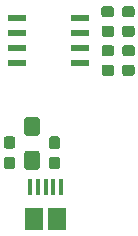
<source format=gtp>
G04 #@! TF.GenerationSoftware,KiCad,Pcbnew,(5.1.0)-1*
G04 #@! TF.CreationDate,2019-10-24T14:33:41-04:00*
G04 #@! TF.ProjectId,SCART to  VGA,53434152-5420-4746-9f20-205647412e6b,rev?*
G04 #@! TF.SameCoordinates,Original*
G04 #@! TF.FileFunction,Paste,Top*
G04 #@! TF.FilePolarity,Positive*
%FSLAX46Y46*%
G04 Gerber Fmt 4.6, Leading zero omitted, Abs format (unit mm)*
G04 Created by KiCad (PCBNEW (5.1.0)-1) date 2019-10-24 14:33:41*
%MOMM*%
%LPD*%
G04 APERTURE LIST*
%ADD10R,1.550000X0.600000*%
%ADD11C,0.100000*%
%ADD12C,0.950000*%
%ADD13R,1.500000X1.900000*%
%ADD14R,0.400000X1.350000*%
%ADD15C,1.350000*%
G04 APERTURE END LIST*
D10*
X92931000Y-118999000D03*
X92931000Y-120269000D03*
X92931000Y-121539000D03*
X92931000Y-122809000D03*
X98331000Y-122809000D03*
X98331000Y-121539000D03*
X98331000Y-120269000D03*
X98331000Y-118999000D03*
D11*
G36*
X100959579Y-122970144D02*
G01*
X100982634Y-122973563D01*
X101005243Y-122979227D01*
X101027187Y-122987079D01*
X101048257Y-122997044D01*
X101068248Y-123009026D01*
X101086968Y-123022910D01*
X101104238Y-123038562D01*
X101119890Y-123055832D01*
X101133774Y-123074552D01*
X101145756Y-123094543D01*
X101155721Y-123115613D01*
X101163573Y-123137557D01*
X101169237Y-123160166D01*
X101172656Y-123183221D01*
X101173800Y-123206500D01*
X101173800Y-123681500D01*
X101172656Y-123704779D01*
X101169237Y-123727834D01*
X101163573Y-123750443D01*
X101155721Y-123772387D01*
X101145756Y-123793457D01*
X101133774Y-123813448D01*
X101119890Y-123832168D01*
X101104238Y-123849438D01*
X101086968Y-123865090D01*
X101068248Y-123878974D01*
X101048257Y-123890956D01*
X101027187Y-123900921D01*
X101005243Y-123908773D01*
X100982634Y-123914437D01*
X100959579Y-123917856D01*
X100936300Y-123919000D01*
X100361300Y-123919000D01*
X100338021Y-123917856D01*
X100314966Y-123914437D01*
X100292357Y-123908773D01*
X100270413Y-123900921D01*
X100249343Y-123890956D01*
X100229352Y-123878974D01*
X100210632Y-123865090D01*
X100193362Y-123849438D01*
X100177710Y-123832168D01*
X100163826Y-123813448D01*
X100151844Y-123793457D01*
X100141879Y-123772387D01*
X100134027Y-123750443D01*
X100128363Y-123727834D01*
X100124944Y-123704779D01*
X100123800Y-123681500D01*
X100123800Y-123206500D01*
X100124944Y-123183221D01*
X100128363Y-123160166D01*
X100134027Y-123137557D01*
X100141879Y-123115613D01*
X100151844Y-123094543D01*
X100163826Y-123074552D01*
X100177710Y-123055832D01*
X100193362Y-123038562D01*
X100210632Y-123022910D01*
X100229352Y-123009026D01*
X100249343Y-122997044D01*
X100270413Y-122987079D01*
X100292357Y-122979227D01*
X100314966Y-122973563D01*
X100338021Y-122970144D01*
X100361300Y-122969000D01*
X100936300Y-122969000D01*
X100959579Y-122970144D01*
X100959579Y-122970144D01*
G37*
D12*
X100648800Y-123444000D03*
D11*
G36*
X102709579Y-122970144D02*
G01*
X102732634Y-122973563D01*
X102755243Y-122979227D01*
X102777187Y-122987079D01*
X102798257Y-122997044D01*
X102818248Y-123009026D01*
X102836968Y-123022910D01*
X102854238Y-123038562D01*
X102869890Y-123055832D01*
X102883774Y-123074552D01*
X102895756Y-123094543D01*
X102905721Y-123115613D01*
X102913573Y-123137557D01*
X102919237Y-123160166D01*
X102922656Y-123183221D01*
X102923800Y-123206500D01*
X102923800Y-123681500D01*
X102922656Y-123704779D01*
X102919237Y-123727834D01*
X102913573Y-123750443D01*
X102905721Y-123772387D01*
X102895756Y-123793457D01*
X102883774Y-123813448D01*
X102869890Y-123832168D01*
X102854238Y-123849438D01*
X102836968Y-123865090D01*
X102818248Y-123878974D01*
X102798257Y-123890956D01*
X102777187Y-123900921D01*
X102755243Y-123908773D01*
X102732634Y-123914437D01*
X102709579Y-123917856D01*
X102686300Y-123919000D01*
X102111300Y-123919000D01*
X102088021Y-123917856D01*
X102064966Y-123914437D01*
X102042357Y-123908773D01*
X102020413Y-123900921D01*
X101999343Y-123890956D01*
X101979352Y-123878974D01*
X101960632Y-123865090D01*
X101943362Y-123849438D01*
X101927710Y-123832168D01*
X101913826Y-123813448D01*
X101901844Y-123793457D01*
X101891879Y-123772387D01*
X101884027Y-123750443D01*
X101878363Y-123727834D01*
X101874944Y-123704779D01*
X101873800Y-123681500D01*
X101873800Y-123206500D01*
X101874944Y-123183221D01*
X101878363Y-123160166D01*
X101884027Y-123137557D01*
X101891879Y-123115613D01*
X101901844Y-123094543D01*
X101913826Y-123074552D01*
X101927710Y-123055832D01*
X101943362Y-123038562D01*
X101960632Y-123022910D01*
X101979352Y-123009026D01*
X101999343Y-122997044D01*
X102020413Y-122987079D01*
X102042357Y-122979227D01*
X102064966Y-122973563D01*
X102088021Y-122970144D01*
X102111300Y-122969000D01*
X102686300Y-122969000D01*
X102709579Y-122970144D01*
X102709579Y-122970144D01*
G37*
D12*
X102398800Y-123444000D03*
D11*
G36*
X100958279Y-119668144D02*
G01*
X100981334Y-119671563D01*
X101003943Y-119677227D01*
X101025887Y-119685079D01*
X101046957Y-119695044D01*
X101066948Y-119707026D01*
X101085668Y-119720910D01*
X101102938Y-119736562D01*
X101118590Y-119753832D01*
X101132474Y-119772552D01*
X101144456Y-119792543D01*
X101154421Y-119813613D01*
X101162273Y-119835557D01*
X101167937Y-119858166D01*
X101171356Y-119881221D01*
X101172500Y-119904500D01*
X101172500Y-120379500D01*
X101171356Y-120402779D01*
X101167937Y-120425834D01*
X101162273Y-120448443D01*
X101154421Y-120470387D01*
X101144456Y-120491457D01*
X101132474Y-120511448D01*
X101118590Y-120530168D01*
X101102938Y-120547438D01*
X101085668Y-120563090D01*
X101066948Y-120576974D01*
X101046957Y-120588956D01*
X101025887Y-120598921D01*
X101003943Y-120606773D01*
X100981334Y-120612437D01*
X100958279Y-120615856D01*
X100935000Y-120617000D01*
X100360000Y-120617000D01*
X100336721Y-120615856D01*
X100313666Y-120612437D01*
X100291057Y-120606773D01*
X100269113Y-120598921D01*
X100248043Y-120588956D01*
X100228052Y-120576974D01*
X100209332Y-120563090D01*
X100192062Y-120547438D01*
X100176410Y-120530168D01*
X100162526Y-120511448D01*
X100150544Y-120491457D01*
X100140579Y-120470387D01*
X100132727Y-120448443D01*
X100127063Y-120425834D01*
X100123644Y-120402779D01*
X100122500Y-120379500D01*
X100122500Y-119904500D01*
X100123644Y-119881221D01*
X100127063Y-119858166D01*
X100132727Y-119835557D01*
X100140579Y-119813613D01*
X100150544Y-119792543D01*
X100162526Y-119772552D01*
X100176410Y-119753832D01*
X100192062Y-119736562D01*
X100209332Y-119720910D01*
X100228052Y-119707026D01*
X100248043Y-119695044D01*
X100269113Y-119685079D01*
X100291057Y-119677227D01*
X100313666Y-119671563D01*
X100336721Y-119668144D01*
X100360000Y-119667000D01*
X100935000Y-119667000D01*
X100958279Y-119668144D01*
X100958279Y-119668144D01*
G37*
D12*
X100647500Y-120142000D03*
D11*
G36*
X102708279Y-119668144D02*
G01*
X102731334Y-119671563D01*
X102753943Y-119677227D01*
X102775887Y-119685079D01*
X102796957Y-119695044D01*
X102816948Y-119707026D01*
X102835668Y-119720910D01*
X102852938Y-119736562D01*
X102868590Y-119753832D01*
X102882474Y-119772552D01*
X102894456Y-119792543D01*
X102904421Y-119813613D01*
X102912273Y-119835557D01*
X102917937Y-119858166D01*
X102921356Y-119881221D01*
X102922500Y-119904500D01*
X102922500Y-120379500D01*
X102921356Y-120402779D01*
X102917937Y-120425834D01*
X102912273Y-120448443D01*
X102904421Y-120470387D01*
X102894456Y-120491457D01*
X102882474Y-120511448D01*
X102868590Y-120530168D01*
X102852938Y-120547438D01*
X102835668Y-120563090D01*
X102816948Y-120576974D01*
X102796957Y-120588956D01*
X102775887Y-120598921D01*
X102753943Y-120606773D01*
X102731334Y-120612437D01*
X102708279Y-120615856D01*
X102685000Y-120617000D01*
X102110000Y-120617000D01*
X102086721Y-120615856D01*
X102063666Y-120612437D01*
X102041057Y-120606773D01*
X102019113Y-120598921D01*
X101998043Y-120588956D01*
X101978052Y-120576974D01*
X101959332Y-120563090D01*
X101942062Y-120547438D01*
X101926410Y-120530168D01*
X101912526Y-120511448D01*
X101900544Y-120491457D01*
X101890579Y-120470387D01*
X101882727Y-120448443D01*
X101877063Y-120425834D01*
X101873644Y-120402779D01*
X101872500Y-120379500D01*
X101872500Y-119904500D01*
X101873644Y-119881221D01*
X101877063Y-119858166D01*
X101882727Y-119835557D01*
X101890579Y-119813613D01*
X101900544Y-119792543D01*
X101912526Y-119772552D01*
X101926410Y-119753832D01*
X101942062Y-119736562D01*
X101959332Y-119720910D01*
X101978052Y-119707026D01*
X101998043Y-119695044D01*
X102019113Y-119685079D01*
X102041057Y-119677227D01*
X102063666Y-119671563D01*
X102086721Y-119668144D01*
X102110000Y-119667000D01*
X102685000Y-119667000D01*
X102708279Y-119668144D01*
X102708279Y-119668144D01*
G37*
D12*
X102397500Y-120142000D03*
D11*
G36*
X102722279Y-121319144D02*
G01*
X102745334Y-121322563D01*
X102767943Y-121328227D01*
X102789887Y-121336079D01*
X102810957Y-121346044D01*
X102830948Y-121358026D01*
X102849668Y-121371910D01*
X102866938Y-121387562D01*
X102882590Y-121404832D01*
X102896474Y-121423552D01*
X102908456Y-121443543D01*
X102918421Y-121464613D01*
X102926273Y-121486557D01*
X102931937Y-121509166D01*
X102935356Y-121532221D01*
X102936500Y-121555500D01*
X102936500Y-122030500D01*
X102935356Y-122053779D01*
X102931937Y-122076834D01*
X102926273Y-122099443D01*
X102918421Y-122121387D01*
X102908456Y-122142457D01*
X102896474Y-122162448D01*
X102882590Y-122181168D01*
X102866938Y-122198438D01*
X102849668Y-122214090D01*
X102830948Y-122227974D01*
X102810957Y-122239956D01*
X102789887Y-122249921D01*
X102767943Y-122257773D01*
X102745334Y-122263437D01*
X102722279Y-122266856D01*
X102699000Y-122268000D01*
X102124000Y-122268000D01*
X102100721Y-122266856D01*
X102077666Y-122263437D01*
X102055057Y-122257773D01*
X102033113Y-122249921D01*
X102012043Y-122239956D01*
X101992052Y-122227974D01*
X101973332Y-122214090D01*
X101956062Y-122198438D01*
X101940410Y-122181168D01*
X101926526Y-122162448D01*
X101914544Y-122142457D01*
X101904579Y-122121387D01*
X101896727Y-122099443D01*
X101891063Y-122076834D01*
X101887644Y-122053779D01*
X101886500Y-122030500D01*
X101886500Y-121555500D01*
X101887644Y-121532221D01*
X101891063Y-121509166D01*
X101896727Y-121486557D01*
X101904579Y-121464613D01*
X101914544Y-121443543D01*
X101926526Y-121423552D01*
X101940410Y-121404832D01*
X101956062Y-121387562D01*
X101973332Y-121371910D01*
X101992052Y-121358026D01*
X102012043Y-121346044D01*
X102033113Y-121336079D01*
X102055057Y-121328227D01*
X102077666Y-121322563D01*
X102100721Y-121319144D01*
X102124000Y-121318000D01*
X102699000Y-121318000D01*
X102722279Y-121319144D01*
X102722279Y-121319144D01*
G37*
D12*
X102411500Y-121793000D03*
D11*
G36*
X100972279Y-121319144D02*
G01*
X100995334Y-121322563D01*
X101017943Y-121328227D01*
X101039887Y-121336079D01*
X101060957Y-121346044D01*
X101080948Y-121358026D01*
X101099668Y-121371910D01*
X101116938Y-121387562D01*
X101132590Y-121404832D01*
X101146474Y-121423552D01*
X101158456Y-121443543D01*
X101168421Y-121464613D01*
X101176273Y-121486557D01*
X101181937Y-121509166D01*
X101185356Y-121532221D01*
X101186500Y-121555500D01*
X101186500Y-122030500D01*
X101185356Y-122053779D01*
X101181937Y-122076834D01*
X101176273Y-122099443D01*
X101168421Y-122121387D01*
X101158456Y-122142457D01*
X101146474Y-122162448D01*
X101132590Y-122181168D01*
X101116938Y-122198438D01*
X101099668Y-122214090D01*
X101080948Y-122227974D01*
X101060957Y-122239956D01*
X101039887Y-122249921D01*
X101017943Y-122257773D01*
X100995334Y-122263437D01*
X100972279Y-122266856D01*
X100949000Y-122268000D01*
X100374000Y-122268000D01*
X100350721Y-122266856D01*
X100327666Y-122263437D01*
X100305057Y-122257773D01*
X100283113Y-122249921D01*
X100262043Y-122239956D01*
X100242052Y-122227974D01*
X100223332Y-122214090D01*
X100206062Y-122198438D01*
X100190410Y-122181168D01*
X100176526Y-122162448D01*
X100164544Y-122142457D01*
X100154579Y-122121387D01*
X100146727Y-122099443D01*
X100141063Y-122076834D01*
X100137644Y-122053779D01*
X100136500Y-122030500D01*
X100136500Y-121555500D01*
X100137644Y-121532221D01*
X100141063Y-121509166D01*
X100146727Y-121486557D01*
X100154579Y-121464613D01*
X100164544Y-121443543D01*
X100176526Y-121423552D01*
X100190410Y-121404832D01*
X100206062Y-121387562D01*
X100223332Y-121371910D01*
X100242052Y-121358026D01*
X100262043Y-121346044D01*
X100283113Y-121336079D01*
X100305057Y-121328227D01*
X100327666Y-121322563D01*
X100350721Y-121319144D01*
X100374000Y-121318000D01*
X100949000Y-121318000D01*
X100972279Y-121319144D01*
X100972279Y-121319144D01*
G37*
D12*
X100661500Y-121793000D03*
D11*
G36*
X100948179Y-118017144D02*
G01*
X100971234Y-118020563D01*
X100993843Y-118026227D01*
X101015787Y-118034079D01*
X101036857Y-118044044D01*
X101056848Y-118056026D01*
X101075568Y-118069910D01*
X101092838Y-118085562D01*
X101108490Y-118102832D01*
X101122374Y-118121552D01*
X101134356Y-118141543D01*
X101144321Y-118162613D01*
X101152173Y-118184557D01*
X101157837Y-118207166D01*
X101161256Y-118230221D01*
X101162400Y-118253500D01*
X101162400Y-118728500D01*
X101161256Y-118751779D01*
X101157837Y-118774834D01*
X101152173Y-118797443D01*
X101144321Y-118819387D01*
X101134356Y-118840457D01*
X101122374Y-118860448D01*
X101108490Y-118879168D01*
X101092838Y-118896438D01*
X101075568Y-118912090D01*
X101056848Y-118925974D01*
X101036857Y-118937956D01*
X101015787Y-118947921D01*
X100993843Y-118955773D01*
X100971234Y-118961437D01*
X100948179Y-118964856D01*
X100924900Y-118966000D01*
X100349900Y-118966000D01*
X100326621Y-118964856D01*
X100303566Y-118961437D01*
X100280957Y-118955773D01*
X100259013Y-118947921D01*
X100237943Y-118937956D01*
X100217952Y-118925974D01*
X100199232Y-118912090D01*
X100181962Y-118896438D01*
X100166310Y-118879168D01*
X100152426Y-118860448D01*
X100140444Y-118840457D01*
X100130479Y-118819387D01*
X100122627Y-118797443D01*
X100116963Y-118774834D01*
X100113544Y-118751779D01*
X100112400Y-118728500D01*
X100112400Y-118253500D01*
X100113544Y-118230221D01*
X100116963Y-118207166D01*
X100122627Y-118184557D01*
X100130479Y-118162613D01*
X100140444Y-118141543D01*
X100152426Y-118121552D01*
X100166310Y-118102832D01*
X100181962Y-118085562D01*
X100199232Y-118069910D01*
X100217952Y-118056026D01*
X100237943Y-118044044D01*
X100259013Y-118034079D01*
X100280957Y-118026227D01*
X100303566Y-118020563D01*
X100326621Y-118017144D01*
X100349900Y-118016000D01*
X100924900Y-118016000D01*
X100948179Y-118017144D01*
X100948179Y-118017144D01*
G37*
D12*
X100637400Y-118491000D03*
D11*
G36*
X102698179Y-118017144D02*
G01*
X102721234Y-118020563D01*
X102743843Y-118026227D01*
X102765787Y-118034079D01*
X102786857Y-118044044D01*
X102806848Y-118056026D01*
X102825568Y-118069910D01*
X102842838Y-118085562D01*
X102858490Y-118102832D01*
X102872374Y-118121552D01*
X102884356Y-118141543D01*
X102894321Y-118162613D01*
X102902173Y-118184557D01*
X102907837Y-118207166D01*
X102911256Y-118230221D01*
X102912400Y-118253500D01*
X102912400Y-118728500D01*
X102911256Y-118751779D01*
X102907837Y-118774834D01*
X102902173Y-118797443D01*
X102894321Y-118819387D01*
X102884356Y-118840457D01*
X102872374Y-118860448D01*
X102858490Y-118879168D01*
X102842838Y-118896438D01*
X102825568Y-118912090D01*
X102806848Y-118925974D01*
X102786857Y-118937956D01*
X102765787Y-118947921D01*
X102743843Y-118955773D01*
X102721234Y-118961437D01*
X102698179Y-118964856D01*
X102674900Y-118966000D01*
X102099900Y-118966000D01*
X102076621Y-118964856D01*
X102053566Y-118961437D01*
X102030957Y-118955773D01*
X102009013Y-118947921D01*
X101987943Y-118937956D01*
X101967952Y-118925974D01*
X101949232Y-118912090D01*
X101931962Y-118896438D01*
X101916310Y-118879168D01*
X101902426Y-118860448D01*
X101890444Y-118840457D01*
X101880479Y-118819387D01*
X101872627Y-118797443D01*
X101866963Y-118774834D01*
X101863544Y-118751779D01*
X101862400Y-118728500D01*
X101862400Y-118253500D01*
X101863544Y-118230221D01*
X101866963Y-118207166D01*
X101872627Y-118184557D01*
X101880479Y-118162613D01*
X101890444Y-118141543D01*
X101902426Y-118121552D01*
X101916310Y-118102832D01*
X101931962Y-118085562D01*
X101949232Y-118069910D01*
X101967952Y-118056026D01*
X101987943Y-118044044D01*
X102009013Y-118034079D01*
X102030957Y-118026227D01*
X102053566Y-118020563D01*
X102076621Y-118017144D01*
X102099900Y-118016000D01*
X102674900Y-118016000D01*
X102698179Y-118017144D01*
X102698179Y-118017144D01*
G37*
D12*
X102387400Y-118491000D03*
D13*
X96377000Y-136048000D03*
D14*
X94727000Y-133348000D03*
X94077000Y-133348000D03*
X96677000Y-133348000D03*
X96027000Y-133348000D03*
X95377000Y-133348000D03*
D13*
X94377000Y-136048000D03*
D11*
G36*
X96399779Y-130794144D02*
G01*
X96422834Y-130797563D01*
X96445443Y-130803227D01*
X96467387Y-130811079D01*
X96488457Y-130821044D01*
X96508448Y-130833026D01*
X96527168Y-130846910D01*
X96544438Y-130862562D01*
X96560090Y-130879832D01*
X96573974Y-130898552D01*
X96585956Y-130918543D01*
X96595921Y-130939613D01*
X96603773Y-130961557D01*
X96609437Y-130984166D01*
X96612856Y-131007221D01*
X96614000Y-131030500D01*
X96614000Y-131605500D01*
X96612856Y-131628779D01*
X96609437Y-131651834D01*
X96603773Y-131674443D01*
X96595921Y-131696387D01*
X96585956Y-131717457D01*
X96573974Y-131737448D01*
X96560090Y-131756168D01*
X96544438Y-131773438D01*
X96527168Y-131789090D01*
X96508448Y-131802974D01*
X96488457Y-131814956D01*
X96467387Y-131824921D01*
X96445443Y-131832773D01*
X96422834Y-131838437D01*
X96399779Y-131841856D01*
X96376500Y-131843000D01*
X95901500Y-131843000D01*
X95878221Y-131841856D01*
X95855166Y-131838437D01*
X95832557Y-131832773D01*
X95810613Y-131824921D01*
X95789543Y-131814956D01*
X95769552Y-131802974D01*
X95750832Y-131789090D01*
X95733562Y-131773438D01*
X95717910Y-131756168D01*
X95704026Y-131737448D01*
X95692044Y-131717457D01*
X95682079Y-131696387D01*
X95674227Y-131674443D01*
X95668563Y-131651834D01*
X95665144Y-131628779D01*
X95664000Y-131605500D01*
X95664000Y-131030500D01*
X95665144Y-131007221D01*
X95668563Y-130984166D01*
X95674227Y-130961557D01*
X95682079Y-130939613D01*
X95692044Y-130918543D01*
X95704026Y-130898552D01*
X95717910Y-130879832D01*
X95733562Y-130862562D01*
X95750832Y-130846910D01*
X95769552Y-130833026D01*
X95789543Y-130821044D01*
X95810613Y-130811079D01*
X95832557Y-130803227D01*
X95855166Y-130797563D01*
X95878221Y-130794144D01*
X95901500Y-130793000D01*
X96376500Y-130793000D01*
X96399779Y-130794144D01*
X96399779Y-130794144D01*
G37*
D12*
X96139000Y-131318000D03*
D11*
G36*
X96399779Y-129044144D02*
G01*
X96422834Y-129047563D01*
X96445443Y-129053227D01*
X96467387Y-129061079D01*
X96488457Y-129071044D01*
X96508448Y-129083026D01*
X96527168Y-129096910D01*
X96544438Y-129112562D01*
X96560090Y-129129832D01*
X96573974Y-129148552D01*
X96585956Y-129168543D01*
X96595921Y-129189613D01*
X96603773Y-129211557D01*
X96609437Y-129234166D01*
X96612856Y-129257221D01*
X96614000Y-129280500D01*
X96614000Y-129855500D01*
X96612856Y-129878779D01*
X96609437Y-129901834D01*
X96603773Y-129924443D01*
X96595921Y-129946387D01*
X96585956Y-129967457D01*
X96573974Y-129987448D01*
X96560090Y-130006168D01*
X96544438Y-130023438D01*
X96527168Y-130039090D01*
X96508448Y-130052974D01*
X96488457Y-130064956D01*
X96467387Y-130074921D01*
X96445443Y-130082773D01*
X96422834Y-130088437D01*
X96399779Y-130091856D01*
X96376500Y-130093000D01*
X95901500Y-130093000D01*
X95878221Y-130091856D01*
X95855166Y-130088437D01*
X95832557Y-130082773D01*
X95810613Y-130074921D01*
X95789543Y-130064956D01*
X95769552Y-130052974D01*
X95750832Y-130039090D01*
X95733562Y-130023438D01*
X95717910Y-130006168D01*
X95704026Y-129987448D01*
X95692044Y-129967457D01*
X95682079Y-129946387D01*
X95674227Y-129924443D01*
X95668563Y-129901834D01*
X95665144Y-129878779D01*
X95664000Y-129855500D01*
X95664000Y-129280500D01*
X95665144Y-129257221D01*
X95668563Y-129234166D01*
X95674227Y-129211557D01*
X95682079Y-129189613D01*
X95692044Y-129168543D01*
X95704026Y-129148552D01*
X95717910Y-129129832D01*
X95733562Y-129112562D01*
X95750832Y-129096910D01*
X95769552Y-129083026D01*
X95789543Y-129071044D01*
X95810613Y-129061079D01*
X95832557Y-129053227D01*
X95855166Y-129047563D01*
X95878221Y-129044144D01*
X95901500Y-129043000D01*
X96376500Y-129043000D01*
X96399779Y-129044144D01*
X96399779Y-129044144D01*
G37*
D12*
X96139000Y-129568000D03*
D11*
G36*
X94683505Y-127402704D02*
G01*
X94707773Y-127406304D01*
X94731572Y-127412265D01*
X94754671Y-127420530D01*
X94776850Y-127431020D01*
X94797893Y-127443632D01*
X94817599Y-127458247D01*
X94835777Y-127474723D01*
X94852253Y-127492901D01*
X94866868Y-127512607D01*
X94879480Y-127533650D01*
X94889970Y-127555829D01*
X94898235Y-127578928D01*
X94904196Y-127602727D01*
X94907796Y-127626995D01*
X94909000Y-127651499D01*
X94909000Y-128726501D01*
X94907796Y-128751005D01*
X94904196Y-128775273D01*
X94898235Y-128799072D01*
X94889970Y-128822171D01*
X94879480Y-128844350D01*
X94866868Y-128865393D01*
X94852253Y-128885099D01*
X94835777Y-128903277D01*
X94817599Y-128919753D01*
X94797893Y-128934368D01*
X94776850Y-128946980D01*
X94754671Y-128957470D01*
X94731572Y-128965735D01*
X94707773Y-128971696D01*
X94683505Y-128975296D01*
X94659001Y-128976500D01*
X93808999Y-128976500D01*
X93784495Y-128975296D01*
X93760227Y-128971696D01*
X93736428Y-128965735D01*
X93713329Y-128957470D01*
X93691150Y-128946980D01*
X93670107Y-128934368D01*
X93650401Y-128919753D01*
X93632223Y-128903277D01*
X93615747Y-128885099D01*
X93601132Y-128865393D01*
X93588520Y-128844350D01*
X93578030Y-128822171D01*
X93569765Y-128799072D01*
X93563804Y-128775273D01*
X93560204Y-128751005D01*
X93559000Y-128726501D01*
X93559000Y-127651499D01*
X93560204Y-127626995D01*
X93563804Y-127602727D01*
X93569765Y-127578928D01*
X93578030Y-127555829D01*
X93588520Y-127533650D01*
X93601132Y-127512607D01*
X93615747Y-127492901D01*
X93632223Y-127474723D01*
X93650401Y-127458247D01*
X93670107Y-127443632D01*
X93691150Y-127431020D01*
X93713329Y-127420530D01*
X93736428Y-127412265D01*
X93760227Y-127406304D01*
X93784495Y-127402704D01*
X93808999Y-127401500D01*
X94659001Y-127401500D01*
X94683505Y-127402704D01*
X94683505Y-127402704D01*
G37*
D15*
X94234000Y-128189000D03*
D11*
G36*
X94683505Y-130277704D02*
G01*
X94707773Y-130281304D01*
X94731572Y-130287265D01*
X94754671Y-130295530D01*
X94776850Y-130306020D01*
X94797893Y-130318632D01*
X94817599Y-130333247D01*
X94835777Y-130349723D01*
X94852253Y-130367901D01*
X94866868Y-130387607D01*
X94879480Y-130408650D01*
X94889970Y-130430829D01*
X94898235Y-130453928D01*
X94904196Y-130477727D01*
X94907796Y-130501995D01*
X94909000Y-130526499D01*
X94909000Y-131601501D01*
X94907796Y-131626005D01*
X94904196Y-131650273D01*
X94898235Y-131674072D01*
X94889970Y-131697171D01*
X94879480Y-131719350D01*
X94866868Y-131740393D01*
X94852253Y-131760099D01*
X94835777Y-131778277D01*
X94817599Y-131794753D01*
X94797893Y-131809368D01*
X94776850Y-131821980D01*
X94754671Y-131832470D01*
X94731572Y-131840735D01*
X94707773Y-131846696D01*
X94683505Y-131850296D01*
X94659001Y-131851500D01*
X93808999Y-131851500D01*
X93784495Y-131850296D01*
X93760227Y-131846696D01*
X93736428Y-131840735D01*
X93713329Y-131832470D01*
X93691150Y-131821980D01*
X93670107Y-131809368D01*
X93650401Y-131794753D01*
X93632223Y-131778277D01*
X93615747Y-131760099D01*
X93601132Y-131740393D01*
X93588520Y-131719350D01*
X93578030Y-131697171D01*
X93569765Y-131674072D01*
X93563804Y-131650273D01*
X93560204Y-131626005D01*
X93559000Y-131601501D01*
X93559000Y-130526499D01*
X93560204Y-130501995D01*
X93563804Y-130477727D01*
X93569765Y-130453928D01*
X93578030Y-130430829D01*
X93588520Y-130408650D01*
X93601132Y-130387607D01*
X93615747Y-130367901D01*
X93632223Y-130349723D01*
X93650401Y-130333247D01*
X93670107Y-130318632D01*
X93691150Y-130306020D01*
X93713329Y-130295530D01*
X93736428Y-130287265D01*
X93760227Y-130281304D01*
X93784495Y-130277704D01*
X93808999Y-130276500D01*
X94659001Y-130276500D01*
X94683505Y-130277704D01*
X94683505Y-130277704D01*
G37*
D15*
X94234000Y-131064000D03*
D11*
G36*
X92589779Y-130780144D02*
G01*
X92612834Y-130783563D01*
X92635443Y-130789227D01*
X92657387Y-130797079D01*
X92678457Y-130807044D01*
X92698448Y-130819026D01*
X92717168Y-130832910D01*
X92734438Y-130848562D01*
X92750090Y-130865832D01*
X92763974Y-130884552D01*
X92775956Y-130904543D01*
X92785921Y-130925613D01*
X92793773Y-130947557D01*
X92799437Y-130970166D01*
X92802856Y-130993221D01*
X92804000Y-131016500D01*
X92804000Y-131591500D01*
X92802856Y-131614779D01*
X92799437Y-131637834D01*
X92793773Y-131660443D01*
X92785921Y-131682387D01*
X92775956Y-131703457D01*
X92763974Y-131723448D01*
X92750090Y-131742168D01*
X92734438Y-131759438D01*
X92717168Y-131775090D01*
X92698448Y-131788974D01*
X92678457Y-131800956D01*
X92657387Y-131810921D01*
X92635443Y-131818773D01*
X92612834Y-131824437D01*
X92589779Y-131827856D01*
X92566500Y-131829000D01*
X92091500Y-131829000D01*
X92068221Y-131827856D01*
X92045166Y-131824437D01*
X92022557Y-131818773D01*
X92000613Y-131810921D01*
X91979543Y-131800956D01*
X91959552Y-131788974D01*
X91940832Y-131775090D01*
X91923562Y-131759438D01*
X91907910Y-131742168D01*
X91894026Y-131723448D01*
X91882044Y-131703457D01*
X91872079Y-131682387D01*
X91864227Y-131660443D01*
X91858563Y-131637834D01*
X91855144Y-131614779D01*
X91854000Y-131591500D01*
X91854000Y-131016500D01*
X91855144Y-130993221D01*
X91858563Y-130970166D01*
X91864227Y-130947557D01*
X91872079Y-130925613D01*
X91882044Y-130904543D01*
X91894026Y-130884552D01*
X91907910Y-130865832D01*
X91923562Y-130848562D01*
X91940832Y-130832910D01*
X91959552Y-130819026D01*
X91979543Y-130807044D01*
X92000613Y-130797079D01*
X92022557Y-130789227D01*
X92045166Y-130783563D01*
X92068221Y-130780144D01*
X92091500Y-130779000D01*
X92566500Y-130779000D01*
X92589779Y-130780144D01*
X92589779Y-130780144D01*
G37*
D12*
X92329000Y-131304000D03*
D11*
G36*
X92589779Y-129030144D02*
G01*
X92612834Y-129033563D01*
X92635443Y-129039227D01*
X92657387Y-129047079D01*
X92678457Y-129057044D01*
X92698448Y-129069026D01*
X92717168Y-129082910D01*
X92734438Y-129098562D01*
X92750090Y-129115832D01*
X92763974Y-129134552D01*
X92775956Y-129154543D01*
X92785921Y-129175613D01*
X92793773Y-129197557D01*
X92799437Y-129220166D01*
X92802856Y-129243221D01*
X92804000Y-129266500D01*
X92804000Y-129841500D01*
X92802856Y-129864779D01*
X92799437Y-129887834D01*
X92793773Y-129910443D01*
X92785921Y-129932387D01*
X92775956Y-129953457D01*
X92763974Y-129973448D01*
X92750090Y-129992168D01*
X92734438Y-130009438D01*
X92717168Y-130025090D01*
X92698448Y-130038974D01*
X92678457Y-130050956D01*
X92657387Y-130060921D01*
X92635443Y-130068773D01*
X92612834Y-130074437D01*
X92589779Y-130077856D01*
X92566500Y-130079000D01*
X92091500Y-130079000D01*
X92068221Y-130077856D01*
X92045166Y-130074437D01*
X92022557Y-130068773D01*
X92000613Y-130060921D01*
X91979543Y-130050956D01*
X91959552Y-130038974D01*
X91940832Y-130025090D01*
X91923562Y-130009438D01*
X91907910Y-129992168D01*
X91894026Y-129973448D01*
X91882044Y-129953457D01*
X91872079Y-129932387D01*
X91864227Y-129910443D01*
X91858563Y-129887834D01*
X91855144Y-129864779D01*
X91854000Y-129841500D01*
X91854000Y-129266500D01*
X91855144Y-129243221D01*
X91858563Y-129220166D01*
X91864227Y-129197557D01*
X91872079Y-129175613D01*
X91882044Y-129154543D01*
X91894026Y-129134552D01*
X91907910Y-129115832D01*
X91923562Y-129098562D01*
X91940832Y-129082910D01*
X91959552Y-129069026D01*
X91979543Y-129057044D01*
X92000613Y-129047079D01*
X92022557Y-129039227D01*
X92045166Y-129033563D01*
X92068221Y-129030144D01*
X92091500Y-129029000D01*
X92566500Y-129029000D01*
X92589779Y-129030144D01*
X92589779Y-129030144D01*
G37*
D12*
X92329000Y-129554000D03*
M02*

</source>
